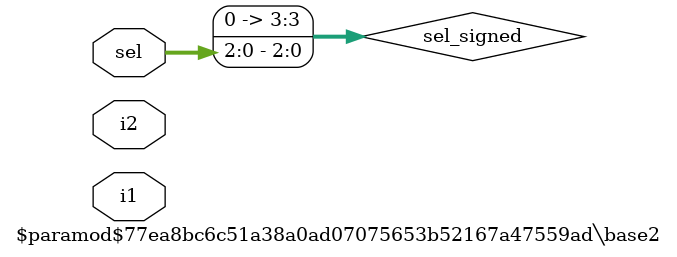
<source format=sv>
module base(data, sel);
	parameter MSB = 0;
	parameter LSB = 0;
	localparam big_endian = MSB < LSB;

	input [MSB:LSB] data;
	input [2:0] sel;

	wire [1:0] o = data[sel-:2];
	wire signed [3:0] sel_signed = sel;
	wire [1:0] o2 = (big_endian ?
							{data[sel_signed - 1], data[sel]}
							: {data[sel], data[sel_signed - 1]});

	always @* begin
		if (sel[0] === 1'bx ||
				sel[1] === 1'bx ||
				sel[2] === 1'bx) begin
			assert(o === 2'bxx);
		end else begin
			assert(o === (big_endian ?
							{data[sel_signed - 1], data[sel]}
							: {data[sel], data[sel_signed - 1]}));
		end
	end
endmodule

module test_partsel_down01(data, sel);
	input [4:-2] data;
	input [2:0] sel;
	base #(.MSB(4), .LSB(-2)) t(.*);
endmodule

module test_partsel_down02(data, sel);
	input [6:0] data;
	input [2:0] sel;
	base #(.MSB(6), .LSB(0)) t(.*);
endmodule

module test_partsel_down03(data, sel);
	input [7:2] data;
	input [2:0] sel;
	base #(.MSB(7), .LSB(2)) t(.*);
endmodule

module test_partsel_down04(data, sel);
	input [0:6] data;
	input [2:0] sel;
	base #(.MSB(0), .LSB(6)) t(.*);
endmodule

module test_partsel_down05(data, sel);
	input [2:7] data;
	input [2:0] sel;
	base #(.MSB(2), .LSB(7)) t(.*);
endmodule

module base2(i1, i2, sel);
	parameter MSB = 0;
	parameter LSB = 0;
	localparam big_endian = MSB < LSB;

	input [2:0] sel;
	input [MSB:LSB] i1;
	input [1:0] i2;

	reg [MSB:LSB] data;
	always @* begin
		data = i1;
		data[sel-:2] = i2;
	end

	reg [MSB:LSB] data2;
	wire signed [3:0] sel_signed = sel;
	always @* begin
		data2 = i1;
		if (big_endian) begin
			data2[sel_signed] = i2[0];
			data2[sel_signed - 1] = i2[1];
		end else begin
			data2[sel_signed - 1] = i2[0];
			data2[sel_signed] = i2[1];
		end
	end

	always @* begin
		if (sel[0] === 1'bx ||
				sel[1] === 1'bx ||
				sel[2] === 1'bx) begin
			// No guarantees
		end else begin
			assert(data2 === data);
		end
	end
endmodule

module test_partsel_down06(i1, i2, sel);
	input [4:-2] i1;
	input [1:0] i2;
	input [2:0] sel;
	base2 #(.MSB(4), .LSB(-2)) t(.*);
endmodule

module test_partsel_down07(i1, i2, sel);
	input [6:0] i1;
	input [1:0] i2;
	input [2:0] sel;
	base2 #(.MSB(6), .LSB(0)) t(.*);
endmodule

module test_partsel_down08(i1, i2, sel);
	input [7:2] i1;
	input [1:0] i2;
	input [2:0] sel;
	base2 #(.MSB(7), .LSB(2)) t(.*);
endmodule

module test_partsel_down09(i1, i2, sel);
	input [0:6] i1;
	input [1:0] i2;
	input [2:0] sel;
	base2 #(.MSB(0), .LSB(6)) t(.*);
endmodule

module test_partsel_down10(i1, i2, sel);
	input [2:7] i1;
	input [1:0] i2;
	input [2:0] sel;
	base2 #(.MSB(2), .LSB(7)) t(.*);
endmodule

</source>
